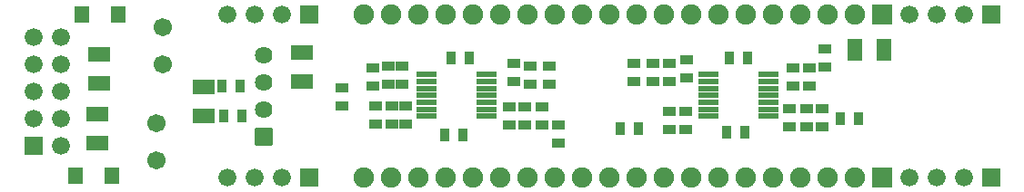
<source format=gts>
G04 Layer: TopSolderMaskLayer*
G04 EasyEDA v6.5.51, 2025-08-29 13:17:01*
G04 9dbd3623970045be9e5ad1379a4f5d38,14c8f2514d444a3a831de9b613ea4171,10*
G04 Gerber Generator version 0.2*
G04 Scale: 100 percent, Rotated: No, Reflected: No *
G04 Dimensions in millimeters *
G04 leading zeros omitted , absolute positions ,4 integer and 5 decimal *
%FSLAX45Y45*%
%MOMM*%

%AMMACRO1*4,1,8,-0.8085,-0.8382,-0.8382,-0.8084,-0.8382,0.8085,-0.8085,0.8382,0.8084,0.8382,0.8382,0.8085,0.8382,-0.8084,0.8084,-0.8382,-0.8085,-0.8382,0*%
%AMMACRO2*4,1,8,-0.9211,-0.9508,-0.9508,-0.921,-0.9508,0.9211,-0.9211,0.9508,0.921,0.9508,0.9508,0.9211,0.9508,-0.921,0.921,-0.9508,-0.9211,-0.9508,0*%
%AMMACRO3*4,1,8,-0.7831,-0.8128,-0.8128,-0.783,-0.8128,0.7831,-0.7831,0.8128,0.783,0.8128,0.8128,0.7831,0.8128,-0.783,0.783,-0.8128,-0.7831,-0.8128,0*%
%AMMACRO4*4,1,8,-0.4921,-0.4516,-0.5516,-0.3921,-0.5516,0.3921,-0.4921,0.4516,0.4921,0.4516,0.5516,0.3921,0.5516,-0.3921,0.4921,-0.4516,-0.4921,-0.4516,0*%
%AMMACRO5*4,1,8,-0.3921,-0.5516,-0.4516,-0.4921,-0.4516,0.4921,-0.3921,0.5516,0.3921,0.5516,0.4516,0.4921,0.4516,-0.4921,0.3921,-0.5516,-0.3921,-0.5516,0*%
%AMMACRO6*4,1,8,-0.9421,-0.6766,-1.0016,-0.6171,-1.0016,0.6171,-0.9421,0.6766,0.9421,0.6766,1.0016,0.6171,1.0016,-0.6171,0.9421,-0.6766,-0.9421,-0.6766,0*%
%AMMACRO7*4,1,8,-0.6171,-1.0016,-0.6766,-0.9421,-0.6766,0.9421,-0.6171,1.0016,0.6171,1.0016,0.6766,0.9421,0.6766,-0.9421,0.6171,-1.0016,-0.6171,-1.0016,0*%
%AMMACRO8*4,1,8,-0.6421,-0.8016,-0.7016,-0.7421,-0.7016,0.7421,-0.6421,0.8016,0.6421,0.8016,0.7016,0.7421,0.7016,-0.7421,0.6421,-0.8016,-0.6421,-0.8016,0*%
%AMMACRO9*4,1,8,-0.8711,-0.2508,-0.9008,-0.221,-0.9008,0.2211,-0.8711,0.2508,0.871,0.2508,0.9008,0.2211,0.9008,-0.221,0.871,-0.2508,-0.8711,-0.2508,0*%
%ADD10MACRO1*%
%ADD11C,1.6764*%
%ADD12C,1.7016*%
%ADD13C,1.9016*%
%ADD14MACRO2*%
%ADD15MACRO3*%
%ADD16C,1.6256*%
%ADD17MACRO4*%
%ADD18MACRO5*%
%ADD19C,0.0182*%
%ADD20MACRO6*%
%ADD21MACRO7*%
%ADD22MACRO8*%
%ADD23MACRO9*%

%LPD*%
D10*
G01*
X3174994Y-1701797D03*
D11*
G01*
X2921000Y-1701800D03*
G01*
X2667000Y-1701800D03*
G01*
X2413000Y-1701800D03*
D10*
G01*
X3174994Y-177800D03*
D11*
G01*
X2921000Y-177800D03*
G01*
X2667000Y-177800D03*
G01*
X2413000Y-177800D03*
D12*
G01*
X1816100Y-644905D03*
G01*
X1816100Y-294894D03*
G01*
X1752600Y-1546605D03*
G01*
X1752600Y-1196594D03*
D13*
G01*
X3683000Y-1701800D03*
G01*
X3937000Y-1701800D03*
G01*
X4191000Y-1701800D03*
G01*
X4445000Y-1701800D03*
G01*
X4699000Y-1701800D03*
G01*
X4953000Y-1701800D03*
G01*
X5207000Y-1701800D03*
G01*
X5461000Y-1701800D03*
G01*
X5715000Y-1701800D03*
G01*
X5969000Y-1701800D03*
G01*
X6223000Y-1701800D03*
G01*
X6477000Y-1701800D03*
G01*
X6731000Y-1701800D03*
G01*
X6985000Y-1701800D03*
G01*
X7239000Y-1701800D03*
G01*
X7493000Y-1701800D03*
G01*
X7747000Y-1701800D03*
G01*
X8001000Y-1701800D03*
G01*
X8255000Y-1701800D03*
D14*
G01*
X8508987Y-1701797D03*
D10*
G01*
X9524982Y-177800D03*
D11*
G01*
X9270974Y-177800D03*
G01*
X9016974Y-177800D03*
G01*
X8762974Y-177800D03*
D10*
G01*
X9524982Y-1701797D03*
D11*
G01*
X9270974Y-1701800D03*
G01*
X9016974Y-1701800D03*
G01*
X8762974Y-1701800D03*
D15*
G01*
X2755894Y-1320797D03*
D16*
G01*
X2755900Y-1066800D03*
G01*
X2755900Y-812800D03*
G01*
X2755900Y-558800D03*
D11*
G01*
X862507Y-389381D03*
G01*
X608507Y-389381D03*
G01*
X862507Y-643381D03*
G01*
X608507Y-643381D03*
G01*
X862507Y-897381D03*
G01*
X608507Y-897381D03*
G01*
X862507Y-1151381D03*
G01*
X608507Y-1151381D03*
G01*
X862507Y-1405381D03*
D10*
G01*
X608497Y-1405392D03*
D13*
G01*
X3683000Y-177800D03*
G01*
X3937000Y-177800D03*
G01*
X4191000Y-177800D03*
G01*
X4445000Y-177800D03*
G01*
X4699000Y-177800D03*
G01*
X4953000Y-177800D03*
G01*
X5207000Y-177800D03*
G01*
X5461000Y-177800D03*
G01*
X5715000Y-177800D03*
G01*
X5969000Y-177800D03*
G01*
X6223000Y-177800D03*
G01*
X6477000Y-177800D03*
G01*
X6731000Y-177800D03*
G01*
X6985000Y-177800D03*
G01*
X7239000Y-177800D03*
G01*
X7493000Y-177800D03*
G01*
X7747000Y-177800D03*
G01*
X8001000Y-177800D03*
G01*
X8255000Y-177800D03*
D14*
G01*
X8508987Y-177800D03*
D17*
G01*
X7810484Y-1057996D03*
G01*
X7810484Y-1227998D03*
G01*
X7835884Y-846998D03*
G01*
X7835884Y-676996D03*
D18*
G01*
X7065083Y-1282697D03*
G01*
X7235085Y-1282697D03*
G01*
X7090486Y-584200D03*
G01*
X7260488Y-584200D03*
D17*
G01*
X6527787Y-808898D03*
G01*
X6527787Y-638896D03*
G01*
X6527787Y-1083396D03*
G01*
X6527787Y-1253398D03*
G01*
X5180497Y-1040991D03*
G01*
X5180497Y-1210993D03*
G01*
X5232389Y-834298D03*
G01*
X5232389Y-664296D03*
D18*
G01*
X4669690Y-584200D03*
G01*
X4499688Y-584200D03*
G01*
X4605098Y-1303792D03*
G01*
X4435096Y-1303792D03*
D17*
G01*
X3911592Y-834298D03*
G01*
X3911592Y-664296D03*
G01*
X3949692Y-1032596D03*
G01*
X3949692Y-1202598D03*
D20*
G01*
X3111494Y-808097D03*
G01*
X3111494Y-538097D03*
G01*
X1219197Y-820797D03*
G01*
X1219197Y-550797D03*
D21*
G01*
X8259682Y-508000D03*
G01*
X8529681Y-508000D03*
D20*
G01*
X1206497Y-1379597D03*
G01*
X1206497Y-1109597D03*
G01*
X2197094Y-1125597D03*
G01*
X2197094Y-855597D03*
D22*
G01*
X1401897Y-177800D03*
G01*
X1061897Y-177800D03*
G01*
X998397Y-1689097D03*
G01*
X1338397Y-1689097D03*
D18*
G01*
X2536096Y-850897D03*
G01*
X2366093Y-850897D03*
G01*
X2548796Y-1130297D03*
G01*
X2378793Y-1130297D03*
D17*
G01*
X7645384Y-1227998D03*
G01*
X7645384Y-1057996D03*
G01*
X7683484Y-676996D03*
G01*
X7683484Y-846998D03*
D18*
G01*
X8119183Y-1155697D03*
G01*
X8289185Y-1155697D03*
D17*
G01*
X7950184Y-1057996D03*
G01*
X7950184Y-1227998D03*
G01*
X7975584Y-499198D03*
G01*
X7975584Y-669201D03*
G01*
X6692887Y-600796D03*
G01*
X6692887Y-770798D03*
G01*
X6680187Y-1253398D03*
G01*
X6680187Y-1083396D03*
G01*
X6197587Y-808898D03*
G01*
X6197587Y-638896D03*
G01*
X6375387Y-808898D03*
G01*
X6375387Y-638896D03*
D18*
G01*
X6074486Y-1244597D03*
G01*
X6244488Y-1244597D03*
D17*
G01*
X5040797Y-1210993D03*
G01*
X5040797Y-1040991D03*
G01*
X5079989Y-638896D03*
G01*
X5079989Y-808898D03*
G01*
X5499089Y-1210396D03*
G01*
X5499089Y-1380398D03*
G01*
X5345597Y-1040991D03*
G01*
X5345597Y-1210993D03*
G01*
X5410189Y-664296D03*
G01*
X5410189Y-834298D03*
G01*
X4038592Y-664296D03*
G01*
X4038592Y-834298D03*
G01*
X4076692Y-1202598D03*
G01*
X4076692Y-1032596D03*
G01*
X3479792Y-867496D03*
G01*
X3479792Y-1037498D03*
G01*
X3771892Y-846998D03*
G01*
X3771892Y-676996D03*
G01*
X3797292Y-1032596D03*
G01*
X3797292Y-1202598D03*
D23*
G01*
X7454407Y-1130487D03*
G01*
X7454407Y-1065489D03*
G01*
X7454407Y-1000490D03*
G01*
X7454407Y-935492D03*
G01*
X7454407Y-870493D03*
G01*
X7454407Y-805494D03*
G01*
X7454407Y-740496D03*
G01*
X6894388Y-740496D03*
G01*
X6894388Y-805494D03*
G01*
X6894388Y-870493D03*
G01*
X6894388Y-935492D03*
G01*
X6894388Y-1000490D03*
G01*
X6894388Y-1065489D03*
G01*
X6894388Y-1130487D03*
G01*
X4825507Y-1130487D03*
G01*
X4825507Y-1065489D03*
G01*
X4825507Y-1000490D03*
G01*
X4825507Y-935492D03*
G01*
X4825507Y-870493D03*
G01*
X4825507Y-805494D03*
G01*
X4825507Y-740496D03*
G01*
X4265488Y-740496D03*
G01*
X4265488Y-805494D03*
G01*
X4265488Y-870493D03*
G01*
X4265488Y-935492D03*
G01*
X4265488Y-1000490D03*
G01*
X4265488Y-1065489D03*
G01*
X4265488Y-1130487D03*
M02*

</source>
